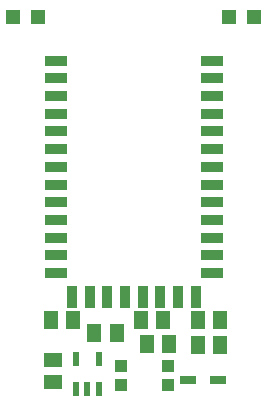
<source format=gbr>
G04 EAGLE Gerber RS-274X export*
G75*
%MOMM*%
%FSLAX34Y34*%
%LPD*%
%INSolderpaste Top*%
%IPPOS*%
%AMOC8*
5,1,8,0,0,1.08239X$1,22.5*%
G01*
%ADD10R,1.900000X0.900000*%
%ADD11R,0.900000X1.900000*%
%ADD12R,1.300000X1.500000*%
%ADD13R,0.550000X1.200000*%
%ADD14R,1.000000X1.000000*%
%ADD15R,1.200000X1.200000*%
%ADD16R,1.350000X0.800000*%
%ADD17R,1.500000X1.300000*%


D10*
X48300Y298500D03*
X48300Y313500D03*
X48300Y283500D03*
X48300Y268500D03*
X48300Y253500D03*
X48300Y238500D03*
X48300Y223500D03*
X48300Y208500D03*
D11*
X61800Y113500D03*
D10*
X48300Y193500D03*
X48300Y178500D03*
X48300Y163500D03*
X48300Y148500D03*
X48300Y133500D03*
X180300Y148500D03*
X180300Y163500D03*
X180300Y178500D03*
X180300Y193500D03*
X180300Y208500D03*
X180300Y223500D03*
X180300Y238500D03*
X180300Y253500D03*
X180300Y268500D03*
X180300Y283500D03*
X180300Y298500D03*
X180300Y313500D03*
X180300Y133500D03*
D11*
X76800Y113500D03*
X91800Y113500D03*
X106800Y113500D03*
X121800Y113500D03*
X136800Y113500D03*
X151800Y113500D03*
X166800Y113500D03*
D12*
X168300Y93980D03*
X187300Y93980D03*
D13*
X65430Y35259D03*
X74930Y35259D03*
X84430Y35259D03*
X84430Y61261D03*
X65430Y61261D03*
D14*
X103190Y38990D03*
X103190Y54990D03*
X143190Y54990D03*
X143190Y38990D03*
D15*
X216240Y350520D03*
X195240Y350520D03*
D12*
X139040Y93980D03*
X120040Y93980D03*
D15*
X33360Y350520D03*
X12360Y350520D03*
D12*
X99670Y82550D03*
X80670Y82550D03*
X187300Y72390D03*
X168300Y72390D03*
D16*
X160020Y43180D03*
X185420Y43180D03*
D12*
X125120Y73660D03*
X144120Y73660D03*
X43840Y93980D03*
X62840Y93980D03*
D17*
X45720Y60300D03*
X45720Y41300D03*
M02*

</source>
